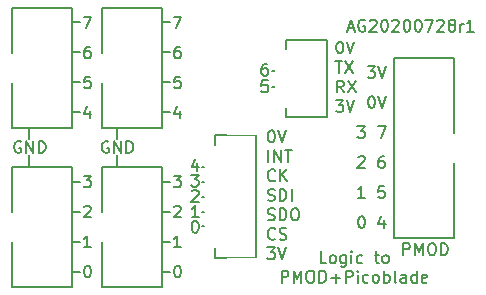
<source format=gto>
%TF.GenerationSoftware,KiCad,Pcbnew,5.1.6-c6e7f7d~86~ubuntu18.04.1*%
%TF.CreationDate,2020-07-28T10:34:38+01:00*%
%TF.ProjectId,pmod_picoblade,706d6f64-5f70-4696-936f-626c6164652e,rev?*%
%TF.SameCoordinates,Original*%
%TF.FileFunction,Legend,Top*%
%TF.FilePolarity,Positive*%
%FSLAX46Y46*%
G04 Gerber Fmt 4.6, Leading zero omitted, Abs format (unit mm)*
G04 Created by KiCad (PCBNEW 5.1.6-c6e7f7d~86~ubuntu18.04.1) date 2020-07-28 10:34:38*
%MOMM*%
%LPD*%
G01*
G04 APERTURE LIST*
%ADD10C,0.150000*%
%ADD11R,1.400000X0.900000*%
%ADD12R,3.100000X2.200000*%
%ADD13C,2.000000*%
G04 APERTURE END LIST*
D10*
X127456666Y-59736666D02*
X127932857Y-59736666D01*
X127361428Y-60022380D02*
X127694761Y-59022380D01*
X128028095Y-60022380D01*
X128885238Y-59070000D02*
X128790000Y-59022380D01*
X128647142Y-59022380D01*
X128504285Y-59070000D01*
X128409047Y-59165238D01*
X128361428Y-59260476D01*
X128313809Y-59450952D01*
X128313809Y-59593809D01*
X128361428Y-59784285D01*
X128409047Y-59879523D01*
X128504285Y-59974761D01*
X128647142Y-60022380D01*
X128742380Y-60022380D01*
X128885238Y-59974761D01*
X128932857Y-59927142D01*
X128932857Y-59593809D01*
X128742380Y-59593809D01*
X129313809Y-59117619D02*
X129361428Y-59070000D01*
X129456666Y-59022380D01*
X129694761Y-59022380D01*
X129790000Y-59070000D01*
X129837619Y-59117619D01*
X129885238Y-59212857D01*
X129885238Y-59308095D01*
X129837619Y-59450952D01*
X129266190Y-60022380D01*
X129885238Y-60022380D01*
X130504285Y-59022380D02*
X130599523Y-59022380D01*
X130694761Y-59070000D01*
X130742380Y-59117619D01*
X130790000Y-59212857D01*
X130837619Y-59403333D01*
X130837619Y-59641428D01*
X130790000Y-59831904D01*
X130742380Y-59927142D01*
X130694761Y-59974761D01*
X130599523Y-60022380D01*
X130504285Y-60022380D01*
X130409047Y-59974761D01*
X130361428Y-59927142D01*
X130313809Y-59831904D01*
X130266190Y-59641428D01*
X130266190Y-59403333D01*
X130313809Y-59212857D01*
X130361428Y-59117619D01*
X130409047Y-59070000D01*
X130504285Y-59022380D01*
X131218571Y-59117619D02*
X131266190Y-59070000D01*
X131361428Y-59022380D01*
X131599523Y-59022380D01*
X131694761Y-59070000D01*
X131742380Y-59117619D01*
X131790000Y-59212857D01*
X131790000Y-59308095D01*
X131742380Y-59450952D01*
X131170952Y-60022380D01*
X131790000Y-60022380D01*
X132409047Y-59022380D02*
X132504285Y-59022380D01*
X132599523Y-59070000D01*
X132647142Y-59117619D01*
X132694761Y-59212857D01*
X132742380Y-59403333D01*
X132742380Y-59641428D01*
X132694761Y-59831904D01*
X132647142Y-59927142D01*
X132599523Y-59974761D01*
X132504285Y-60022380D01*
X132409047Y-60022380D01*
X132313809Y-59974761D01*
X132266190Y-59927142D01*
X132218571Y-59831904D01*
X132170952Y-59641428D01*
X132170952Y-59403333D01*
X132218571Y-59212857D01*
X132266190Y-59117619D01*
X132313809Y-59070000D01*
X132409047Y-59022380D01*
X133361428Y-59022380D02*
X133456666Y-59022380D01*
X133551904Y-59070000D01*
X133599523Y-59117619D01*
X133647142Y-59212857D01*
X133694761Y-59403333D01*
X133694761Y-59641428D01*
X133647142Y-59831904D01*
X133599523Y-59927142D01*
X133551904Y-59974761D01*
X133456666Y-60022380D01*
X133361428Y-60022380D01*
X133266190Y-59974761D01*
X133218571Y-59927142D01*
X133170952Y-59831904D01*
X133123333Y-59641428D01*
X133123333Y-59403333D01*
X133170952Y-59212857D01*
X133218571Y-59117619D01*
X133266190Y-59070000D01*
X133361428Y-59022380D01*
X134028095Y-59022380D02*
X134694761Y-59022380D01*
X134266190Y-60022380D01*
X135028095Y-59117619D02*
X135075714Y-59070000D01*
X135170952Y-59022380D01*
X135409047Y-59022380D01*
X135504285Y-59070000D01*
X135551904Y-59117619D01*
X135599523Y-59212857D01*
X135599523Y-59308095D01*
X135551904Y-59450952D01*
X134980476Y-60022380D01*
X135599523Y-60022380D01*
X136170952Y-59450952D02*
X136075714Y-59403333D01*
X136028095Y-59355714D01*
X135980476Y-59260476D01*
X135980476Y-59212857D01*
X136028095Y-59117619D01*
X136075714Y-59070000D01*
X136170952Y-59022380D01*
X136361428Y-59022380D01*
X136456666Y-59070000D01*
X136504285Y-59117619D01*
X136551904Y-59212857D01*
X136551904Y-59260476D01*
X136504285Y-59355714D01*
X136456666Y-59403333D01*
X136361428Y-59450952D01*
X136170952Y-59450952D01*
X136075714Y-59498571D01*
X136028095Y-59546190D01*
X135980476Y-59641428D01*
X135980476Y-59831904D01*
X136028095Y-59927142D01*
X136075714Y-59974761D01*
X136170952Y-60022380D01*
X136361428Y-60022380D01*
X136456666Y-59974761D01*
X136504285Y-59927142D01*
X136551904Y-59831904D01*
X136551904Y-59641428D01*
X136504285Y-59546190D01*
X136456666Y-59498571D01*
X136361428Y-59450952D01*
X136980476Y-60022380D02*
X136980476Y-59355714D01*
X136980476Y-59546190D02*
X137028095Y-59450952D01*
X137075714Y-59403333D01*
X137170952Y-59355714D01*
X137266190Y-59355714D01*
X138123333Y-60022380D02*
X137551904Y-60022380D01*
X137837619Y-60022380D02*
X137837619Y-59022380D01*
X137742380Y-59165238D01*
X137647142Y-59260476D01*
X137551904Y-59308095D01*
X132142857Y-78952380D02*
X132142857Y-77952380D01*
X132523809Y-77952380D01*
X132619047Y-78000000D01*
X132666666Y-78047619D01*
X132714285Y-78142857D01*
X132714285Y-78285714D01*
X132666666Y-78380952D01*
X132619047Y-78428571D01*
X132523809Y-78476190D01*
X132142857Y-78476190D01*
X133142857Y-78952380D02*
X133142857Y-77952380D01*
X133476190Y-78666666D01*
X133809523Y-77952380D01*
X133809523Y-78952380D01*
X134476190Y-77952380D02*
X134666666Y-77952380D01*
X134761904Y-78000000D01*
X134857142Y-78095238D01*
X134904761Y-78285714D01*
X134904761Y-78619047D01*
X134857142Y-78809523D01*
X134761904Y-78904761D01*
X134666666Y-78952380D01*
X134476190Y-78952380D01*
X134380952Y-78904761D01*
X134285714Y-78809523D01*
X134238095Y-78619047D01*
X134238095Y-78285714D01*
X134285714Y-78095238D01*
X134380952Y-78000000D01*
X134476190Y-77952380D01*
X135333333Y-78952380D02*
X135333333Y-77952380D01*
X135571428Y-77952380D01*
X135714285Y-78000000D01*
X135809523Y-78095238D01*
X135857142Y-78190476D01*
X135904761Y-78380952D01*
X135904761Y-78523809D01*
X135857142Y-78714285D01*
X135809523Y-78809523D01*
X135714285Y-78904761D01*
X135571428Y-78952380D01*
X135333333Y-78952380D01*
X125619047Y-79627380D02*
X125142857Y-79627380D01*
X125142857Y-78627380D01*
X126095238Y-79627380D02*
X126000000Y-79579761D01*
X125952380Y-79532142D01*
X125904761Y-79436904D01*
X125904761Y-79151190D01*
X125952380Y-79055952D01*
X126000000Y-79008333D01*
X126095238Y-78960714D01*
X126238095Y-78960714D01*
X126333333Y-79008333D01*
X126380952Y-79055952D01*
X126428571Y-79151190D01*
X126428571Y-79436904D01*
X126380952Y-79532142D01*
X126333333Y-79579761D01*
X126238095Y-79627380D01*
X126095238Y-79627380D01*
X127285714Y-78960714D02*
X127285714Y-79770238D01*
X127238095Y-79865476D01*
X127190476Y-79913095D01*
X127095238Y-79960714D01*
X126952380Y-79960714D01*
X126857142Y-79913095D01*
X127285714Y-79579761D02*
X127190476Y-79627380D01*
X127000000Y-79627380D01*
X126904761Y-79579761D01*
X126857142Y-79532142D01*
X126809523Y-79436904D01*
X126809523Y-79151190D01*
X126857142Y-79055952D01*
X126904761Y-79008333D01*
X127000000Y-78960714D01*
X127190476Y-78960714D01*
X127285714Y-79008333D01*
X127761904Y-79627380D02*
X127761904Y-78960714D01*
X127761904Y-78627380D02*
X127714285Y-78675000D01*
X127761904Y-78722619D01*
X127809523Y-78675000D01*
X127761904Y-78627380D01*
X127761904Y-78722619D01*
X128666666Y-79579761D02*
X128571428Y-79627380D01*
X128380952Y-79627380D01*
X128285714Y-79579761D01*
X128238095Y-79532142D01*
X128190476Y-79436904D01*
X128190476Y-79151190D01*
X128238095Y-79055952D01*
X128285714Y-79008333D01*
X128380952Y-78960714D01*
X128571428Y-78960714D01*
X128666666Y-79008333D01*
X129714285Y-78960714D02*
X130095238Y-78960714D01*
X129857142Y-78627380D02*
X129857142Y-79484523D01*
X129904761Y-79579761D01*
X130000000Y-79627380D01*
X130095238Y-79627380D01*
X130571428Y-79627380D02*
X130476190Y-79579761D01*
X130428571Y-79532142D01*
X130380952Y-79436904D01*
X130380952Y-79151190D01*
X130428571Y-79055952D01*
X130476190Y-79008333D01*
X130571428Y-78960714D01*
X130714285Y-78960714D01*
X130809523Y-79008333D01*
X130857142Y-79055952D01*
X130904761Y-79151190D01*
X130904761Y-79436904D01*
X130857142Y-79532142D01*
X130809523Y-79579761D01*
X130714285Y-79627380D01*
X130571428Y-79627380D01*
X121857142Y-81277380D02*
X121857142Y-80277380D01*
X122238095Y-80277380D01*
X122333333Y-80325000D01*
X122380952Y-80372619D01*
X122428571Y-80467857D01*
X122428571Y-80610714D01*
X122380952Y-80705952D01*
X122333333Y-80753571D01*
X122238095Y-80801190D01*
X121857142Y-80801190D01*
X122857142Y-81277380D02*
X122857142Y-80277380D01*
X123190476Y-80991666D01*
X123523809Y-80277380D01*
X123523809Y-81277380D01*
X124190476Y-80277380D02*
X124380952Y-80277380D01*
X124476190Y-80325000D01*
X124571428Y-80420238D01*
X124619047Y-80610714D01*
X124619047Y-80944047D01*
X124571428Y-81134523D01*
X124476190Y-81229761D01*
X124380952Y-81277380D01*
X124190476Y-81277380D01*
X124095238Y-81229761D01*
X124000000Y-81134523D01*
X123952380Y-80944047D01*
X123952380Y-80610714D01*
X124000000Y-80420238D01*
X124095238Y-80325000D01*
X124190476Y-80277380D01*
X125047619Y-81277380D02*
X125047619Y-80277380D01*
X125285714Y-80277380D01*
X125428571Y-80325000D01*
X125523809Y-80420238D01*
X125571428Y-80515476D01*
X125619047Y-80705952D01*
X125619047Y-80848809D01*
X125571428Y-81039285D01*
X125523809Y-81134523D01*
X125428571Y-81229761D01*
X125285714Y-81277380D01*
X125047619Y-81277380D01*
X126047619Y-80896428D02*
X126809523Y-80896428D01*
X126428571Y-81277380D02*
X126428571Y-80515476D01*
X127285714Y-81277380D02*
X127285714Y-80277380D01*
X127666666Y-80277380D01*
X127761904Y-80325000D01*
X127809523Y-80372619D01*
X127857142Y-80467857D01*
X127857142Y-80610714D01*
X127809523Y-80705952D01*
X127761904Y-80753571D01*
X127666666Y-80801190D01*
X127285714Y-80801190D01*
X128285714Y-81277380D02*
X128285714Y-80610714D01*
X128285714Y-80277380D02*
X128238095Y-80325000D01*
X128285714Y-80372619D01*
X128333333Y-80325000D01*
X128285714Y-80277380D01*
X128285714Y-80372619D01*
X129190476Y-81229761D02*
X129095238Y-81277380D01*
X128904761Y-81277380D01*
X128809523Y-81229761D01*
X128761904Y-81182142D01*
X128714285Y-81086904D01*
X128714285Y-80801190D01*
X128761904Y-80705952D01*
X128809523Y-80658333D01*
X128904761Y-80610714D01*
X129095238Y-80610714D01*
X129190476Y-80658333D01*
X129761904Y-81277380D02*
X129666666Y-81229761D01*
X129619047Y-81182142D01*
X129571428Y-81086904D01*
X129571428Y-80801190D01*
X129619047Y-80705952D01*
X129666666Y-80658333D01*
X129761904Y-80610714D01*
X129904761Y-80610714D01*
X130000000Y-80658333D01*
X130047619Y-80705952D01*
X130095238Y-80801190D01*
X130095238Y-81086904D01*
X130047619Y-81182142D01*
X130000000Y-81229761D01*
X129904761Y-81277380D01*
X129761904Y-81277380D01*
X130523809Y-81277380D02*
X130523809Y-80277380D01*
X130523809Y-80658333D02*
X130619047Y-80610714D01*
X130809523Y-80610714D01*
X130904761Y-80658333D01*
X130952380Y-80705952D01*
X131000000Y-80801190D01*
X131000000Y-81086904D01*
X130952380Y-81182142D01*
X130904761Y-81229761D01*
X130809523Y-81277380D01*
X130619047Y-81277380D01*
X130523809Y-81229761D01*
X131571428Y-81277380D02*
X131476190Y-81229761D01*
X131428571Y-81134523D01*
X131428571Y-80277380D01*
X132380952Y-81277380D02*
X132380952Y-80753571D01*
X132333333Y-80658333D01*
X132238095Y-80610714D01*
X132047619Y-80610714D01*
X131952380Y-80658333D01*
X132380952Y-81229761D02*
X132285714Y-81277380D01*
X132047619Y-81277380D01*
X131952380Y-81229761D01*
X131904761Y-81134523D01*
X131904761Y-81039285D01*
X131952380Y-80944047D01*
X132047619Y-80896428D01*
X132285714Y-80896428D01*
X132380952Y-80848809D01*
X133285714Y-81277380D02*
X133285714Y-80277380D01*
X133285714Y-81229761D02*
X133190476Y-81277380D01*
X133000000Y-81277380D01*
X132904761Y-81229761D01*
X132857142Y-81182142D01*
X132809523Y-81086904D01*
X132809523Y-80801190D01*
X132857142Y-80705952D01*
X132904761Y-80658333D01*
X133000000Y-80610714D01*
X133190476Y-80610714D01*
X133285714Y-80658333D01*
X134142857Y-81229761D02*
X134047619Y-81277380D01*
X133857142Y-81277380D01*
X133761904Y-81229761D01*
X133714285Y-81134523D01*
X133714285Y-80753571D01*
X133761904Y-80658333D01*
X133857142Y-80610714D01*
X134047619Y-80610714D01*
X134142857Y-80658333D01*
X134190476Y-80753571D01*
X134190476Y-80848809D01*
X133714285Y-80944047D01*
X121000000Y-64700000D02*
X121300000Y-64700000D01*
X121000000Y-63400000D02*
X121300000Y-63400000D01*
X120664404Y-64152380D02*
X120188214Y-64152380D01*
X120140595Y-64628571D01*
X120188214Y-64580952D01*
X120283452Y-64533333D01*
X120521547Y-64533333D01*
X120616785Y-64580952D01*
X120664404Y-64628571D01*
X120712023Y-64723809D01*
X120712023Y-64961904D01*
X120664404Y-65057142D01*
X120616785Y-65104761D01*
X120521547Y-65152380D01*
X120283452Y-65152380D01*
X120188214Y-65104761D01*
X120140595Y-65057142D01*
X120616785Y-62752380D02*
X120426309Y-62752380D01*
X120331071Y-62800000D01*
X120283452Y-62847619D01*
X120188214Y-62990476D01*
X120140595Y-63180952D01*
X120140595Y-63561904D01*
X120188214Y-63657142D01*
X120235833Y-63704761D01*
X120331071Y-63752380D01*
X120521547Y-63752380D01*
X120616785Y-63704761D01*
X120664404Y-63657142D01*
X120712023Y-63561904D01*
X120712023Y-63323809D01*
X120664404Y-63228571D01*
X120616785Y-63180952D01*
X120521547Y-63133333D01*
X120331071Y-63133333D01*
X120235833Y-63180952D01*
X120188214Y-63228571D01*
X120140595Y-63323809D01*
X126726071Y-60877380D02*
X126821309Y-60877380D01*
X126916547Y-60925000D01*
X126964166Y-60972619D01*
X127011785Y-61067857D01*
X127059404Y-61258333D01*
X127059404Y-61496428D01*
X127011785Y-61686904D01*
X126964166Y-61782142D01*
X126916547Y-61829761D01*
X126821309Y-61877380D01*
X126726071Y-61877380D01*
X126630833Y-61829761D01*
X126583214Y-61782142D01*
X126535595Y-61686904D01*
X126487976Y-61496428D01*
X126487976Y-61258333D01*
X126535595Y-61067857D01*
X126583214Y-60972619D01*
X126630833Y-60925000D01*
X126726071Y-60877380D01*
X127345119Y-60877380D02*
X127678452Y-61877380D01*
X128011785Y-60877380D01*
X126392738Y-62527380D02*
X126964166Y-62527380D01*
X126678452Y-63527380D02*
X126678452Y-62527380D01*
X127202261Y-62527380D02*
X127868928Y-63527380D01*
X127868928Y-62527380D02*
X127202261Y-63527380D01*
X127107023Y-65177380D02*
X126773690Y-64701190D01*
X126535595Y-65177380D02*
X126535595Y-64177380D01*
X126916547Y-64177380D01*
X127011785Y-64225000D01*
X127059404Y-64272619D01*
X127107023Y-64367857D01*
X127107023Y-64510714D01*
X127059404Y-64605952D01*
X127011785Y-64653571D01*
X126916547Y-64701190D01*
X126535595Y-64701190D01*
X127440357Y-64177380D02*
X128107023Y-65177380D01*
X128107023Y-64177380D02*
X127440357Y-65177380D01*
X126440357Y-65827380D02*
X127059404Y-65827380D01*
X126726071Y-66208333D01*
X126868928Y-66208333D01*
X126964166Y-66255952D01*
X127011785Y-66303571D01*
X127059404Y-66398809D01*
X127059404Y-66636904D01*
X127011785Y-66732142D01*
X126964166Y-66779761D01*
X126868928Y-66827380D01*
X126583214Y-66827380D01*
X126487976Y-66779761D01*
X126440357Y-66732142D01*
X127345119Y-65827380D02*
X127678452Y-66827380D01*
X128011785Y-65827380D01*
X128554404Y-75652380D02*
X128649642Y-75652380D01*
X128744880Y-75700000D01*
X128792500Y-75747619D01*
X128840119Y-75842857D01*
X128887738Y-76033333D01*
X128887738Y-76271428D01*
X128840119Y-76461904D01*
X128792500Y-76557142D01*
X128744880Y-76604761D01*
X128649642Y-76652380D01*
X128554404Y-76652380D01*
X128459166Y-76604761D01*
X128411547Y-76557142D01*
X128363928Y-76461904D01*
X128316309Y-76271428D01*
X128316309Y-76033333D01*
X128363928Y-75842857D01*
X128411547Y-75747619D01*
X128459166Y-75700000D01*
X128554404Y-75652380D01*
X130506785Y-75985714D02*
X130506785Y-76652380D01*
X130268690Y-75604761D02*
X130030595Y-76319047D01*
X130649642Y-76319047D01*
X128887738Y-74112380D02*
X128316309Y-74112380D01*
X128602023Y-74112380D02*
X128602023Y-73112380D01*
X128506785Y-73255238D01*
X128411547Y-73350476D01*
X128316309Y-73398095D01*
X130554404Y-73112380D02*
X130078214Y-73112380D01*
X130030595Y-73588571D01*
X130078214Y-73540952D01*
X130173452Y-73493333D01*
X130411547Y-73493333D01*
X130506785Y-73540952D01*
X130554404Y-73588571D01*
X130602023Y-73683809D01*
X130602023Y-73921904D01*
X130554404Y-74017142D01*
X130506785Y-74064761D01*
X130411547Y-74112380D01*
X130173452Y-74112380D01*
X130078214Y-74064761D01*
X130030595Y-74017142D01*
X128316309Y-70667619D02*
X128363928Y-70620000D01*
X128459166Y-70572380D01*
X128697261Y-70572380D01*
X128792500Y-70620000D01*
X128840119Y-70667619D01*
X128887738Y-70762857D01*
X128887738Y-70858095D01*
X128840119Y-71000952D01*
X128268690Y-71572380D01*
X128887738Y-71572380D01*
X130506785Y-70572380D02*
X130316309Y-70572380D01*
X130221071Y-70620000D01*
X130173452Y-70667619D01*
X130078214Y-70810476D01*
X130030595Y-71000952D01*
X130030595Y-71381904D01*
X130078214Y-71477142D01*
X130125833Y-71524761D01*
X130221071Y-71572380D01*
X130411547Y-71572380D01*
X130506785Y-71524761D01*
X130554404Y-71477142D01*
X130602023Y-71381904D01*
X130602023Y-71143809D01*
X130554404Y-71048571D01*
X130506785Y-71000952D01*
X130411547Y-70953333D01*
X130221071Y-70953333D01*
X130125833Y-71000952D01*
X130078214Y-71048571D01*
X130030595Y-71143809D01*
X128268690Y-68032380D02*
X128887738Y-68032380D01*
X128554404Y-68413333D01*
X128697261Y-68413333D01*
X128792500Y-68460952D01*
X128840119Y-68508571D01*
X128887738Y-68603809D01*
X128887738Y-68841904D01*
X128840119Y-68937142D01*
X128792500Y-68984761D01*
X128697261Y-69032380D01*
X128411547Y-69032380D01*
X128316309Y-68984761D01*
X128268690Y-68937142D01*
X129982976Y-68032380D02*
X130649642Y-68032380D01*
X130221071Y-69032380D01*
X129411547Y-65492380D02*
X129506785Y-65492380D01*
X129602023Y-65540000D01*
X129649642Y-65587619D01*
X129697261Y-65682857D01*
X129744880Y-65873333D01*
X129744880Y-66111428D01*
X129697261Y-66301904D01*
X129649642Y-66397142D01*
X129602023Y-66444761D01*
X129506785Y-66492380D01*
X129411547Y-66492380D01*
X129316309Y-66444761D01*
X129268690Y-66397142D01*
X129221071Y-66301904D01*
X129173452Y-66111428D01*
X129173452Y-65873333D01*
X129221071Y-65682857D01*
X129268690Y-65587619D01*
X129316309Y-65540000D01*
X129411547Y-65492380D01*
X130030595Y-65492380D02*
X130363928Y-66492380D01*
X130697261Y-65492380D01*
X129125833Y-62952380D02*
X129744880Y-62952380D01*
X129411547Y-63333333D01*
X129554404Y-63333333D01*
X129649642Y-63380952D01*
X129697261Y-63428571D01*
X129744880Y-63523809D01*
X129744880Y-63761904D01*
X129697261Y-63857142D01*
X129649642Y-63904761D01*
X129554404Y-63952380D01*
X129268690Y-63952380D01*
X129173452Y-63904761D01*
X129125833Y-63857142D01*
X130030595Y-62952380D02*
X130363928Y-63952380D01*
X130697261Y-62952380D01*
X115100000Y-76500000D02*
X115300000Y-76500000D01*
X115100000Y-75300000D02*
X115300000Y-75300000D01*
X115100000Y-74000000D02*
X115300000Y-74000000D01*
X115100000Y-72800000D02*
X115300000Y-72800000D01*
X115100000Y-71500000D02*
X115300000Y-71500000D01*
X114478690Y-76052380D02*
X114573928Y-76052380D01*
X114669166Y-76100000D01*
X114716785Y-76147619D01*
X114764404Y-76242857D01*
X114812023Y-76433333D01*
X114812023Y-76671428D01*
X114764404Y-76861904D01*
X114716785Y-76957142D01*
X114669166Y-77004761D01*
X114573928Y-77052380D01*
X114478690Y-77052380D01*
X114383452Y-77004761D01*
X114335833Y-76957142D01*
X114288214Y-76861904D01*
X114240595Y-76671428D01*
X114240595Y-76433333D01*
X114288214Y-76242857D01*
X114335833Y-76147619D01*
X114383452Y-76100000D01*
X114478690Y-76052380D01*
X114812023Y-75752380D02*
X114240595Y-75752380D01*
X114526309Y-75752380D02*
X114526309Y-74752380D01*
X114431071Y-74895238D01*
X114335833Y-74990476D01*
X114240595Y-75038095D01*
X114240595Y-73547619D02*
X114288214Y-73500000D01*
X114383452Y-73452380D01*
X114621547Y-73452380D01*
X114716785Y-73500000D01*
X114764404Y-73547619D01*
X114812023Y-73642857D01*
X114812023Y-73738095D01*
X114764404Y-73880952D01*
X114192976Y-74452380D01*
X114812023Y-74452380D01*
X114192976Y-72152380D02*
X114812023Y-72152380D01*
X114478690Y-72533333D01*
X114621547Y-72533333D01*
X114716785Y-72580952D01*
X114764404Y-72628571D01*
X114812023Y-72723809D01*
X114812023Y-72961904D01*
X114764404Y-73057142D01*
X114716785Y-73104761D01*
X114621547Y-73152380D01*
X114335833Y-73152380D01*
X114240595Y-73104761D01*
X114192976Y-73057142D01*
X114716785Y-71185714D02*
X114716785Y-71852380D01*
X114478690Y-70804761D02*
X114240595Y-71519047D01*
X114859642Y-71519047D01*
X120926071Y-68402380D02*
X121021309Y-68402380D01*
X121116547Y-68450000D01*
X121164166Y-68497619D01*
X121211785Y-68592857D01*
X121259404Y-68783333D01*
X121259404Y-69021428D01*
X121211785Y-69211904D01*
X121164166Y-69307142D01*
X121116547Y-69354761D01*
X121021309Y-69402380D01*
X120926071Y-69402380D01*
X120830833Y-69354761D01*
X120783214Y-69307142D01*
X120735595Y-69211904D01*
X120687976Y-69021428D01*
X120687976Y-68783333D01*
X120735595Y-68592857D01*
X120783214Y-68497619D01*
X120830833Y-68450000D01*
X120926071Y-68402380D01*
X121545119Y-68402380D02*
X121878452Y-69402380D01*
X122211785Y-68402380D01*
X120735595Y-71052380D02*
X120735595Y-70052380D01*
X121211785Y-71052380D02*
X121211785Y-70052380D01*
X121783214Y-71052380D01*
X121783214Y-70052380D01*
X122116547Y-70052380D02*
X122687976Y-70052380D01*
X122402261Y-71052380D02*
X122402261Y-70052380D01*
X121307023Y-72607142D02*
X121259404Y-72654761D01*
X121116547Y-72702380D01*
X121021309Y-72702380D01*
X120878452Y-72654761D01*
X120783214Y-72559523D01*
X120735595Y-72464285D01*
X120687976Y-72273809D01*
X120687976Y-72130952D01*
X120735595Y-71940476D01*
X120783214Y-71845238D01*
X120878452Y-71750000D01*
X121021309Y-71702380D01*
X121116547Y-71702380D01*
X121259404Y-71750000D01*
X121307023Y-71797619D01*
X121735595Y-72702380D02*
X121735595Y-71702380D01*
X122307023Y-72702380D02*
X121878452Y-72130952D01*
X122307023Y-71702380D02*
X121735595Y-72273809D01*
X120687976Y-74304761D02*
X120830833Y-74352380D01*
X121068928Y-74352380D01*
X121164166Y-74304761D01*
X121211785Y-74257142D01*
X121259404Y-74161904D01*
X121259404Y-74066666D01*
X121211785Y-73971428D01*
X121164166Y-73923809D01*
X121068928Y-73876190D01*
X120878452Y-73828571D01*
X120783214Y-73780952D01*
X120735595Y-73733333D01*
X120687976Y-73638095D01*
X120687976Y-73542857D01*
X120735595Y-73447619D01*
X120783214Y-73400000D01*
X120878452Y-73352380D01*
X121116547Y-73352380D01*
X121259404Y-73400000D01*
X121687976Y-74352380D02*
X121687976Y-73352380D01*
X121926071Y-73352380D01*
X122068928Y-73400000D01*
X122164166Y-73495238D01*
X122211785Y-73590476D01*
X122259404Y-73780952D01*
X122259404Y-73923809D01*
X122211785Y-74114285D01*
X122164166Y-74209523D01*
X122068928Y-74304761D01*
X121926071Y-74352380D01*
X121687976Y-74352380D01*
X122687976Y-74352380D02*
X122687976Y-73352380D01*
X120687976Y-75954761D02*
X120830833Y-76002380D01*
X121068928Y-76002380D01*
X121164166Y-75954761D01*
X121211785Y-75907142D01*
X121259404Y-75811904D01*
X121259404Y-75716666D01*
X121211785Y-75621428D01*
X121164166Y-75573809D01*
X121068928Y-75526190D01*
X120878452Y-75478571D01*
X120783214Y-75430952D01*
X120735595Y-75383333D01*
X120687976Y-75288095D01*
X120687976Y-75192857D01*
X120735595Y-75097619D01*
X120783214Y-75050000D01*
X120878452Y-75002380D01*
X121116547Y-75002380D01*
X121259404Y-75050000D01*
X121687976Y-76002380D02*
X121687976Y-75002380D01*
X121926071Y-75002380D01*
X122068928Y-75050000D01*
X122164166Y-75145238D01*
X122211785Y-75240476D01*
X122259404Y-75430952D01*
X122259404Y-75573809D01*
X122211785Y-75764285D01*
X122164166Y-75859523D01*
X122068928Y-75954761D01*
X121926071Y-76002380D01*
X121687976Y-76002380D01*
X122878452Y-75002380D02*
X123068928Y-75002380D01*
X123164166Y-75050000D01*
X123259404Y-75145238D01*
X123307023Y-75335714D01*
X123307023Y-75669047D01*
X123259404Y-75859523D01*
X123164166Y-75954761D01*
X123068928Y-76002380D01*
X122878452Y-76002380D01*
X122783214Y-75954761D01*
X122687976Y-75859523D01*
X122640357Y-75669047D01*
X122640357Y-75335714D01*
X122687976Y-75145238D01*
X122783214Y-75050000D01*
X122878452Y-75002380D01*
X121307023Y-77557142D02*
X121259404Y-77604761D01*
X121116547Y-77652380D01*
X121021309Y-77652380D01*
X120878452Y-77604761D01*
X120783214Y-77509523D01*
X120735595Y-77414285D01*
X120687976Y-77223809D01*
X120687976Y-77080952D01*
X120735595Y-76890476D01*
X120783214Y-76795238D01*
X120878452Y-76700000D01*
X121021309Y-76652380D01*
X121116547Y-76652380D01*
X121259404Y-76700000D01*
X121307023Y-76747619D01*
X121687976Y-77604761D02*
X121830833Y-77652380D01*
X122068928Y-77652380D01*
X122164166Y-77604761D01*
X122211785Y-77557142D01*
X122259404Y-77461904D01*
X122259404Y-77366666D01*
X122211785Y-77271428D01*
X122164166Y-77223809D01*
X122068928Y-77176190D01*
X121878452Y-77128571D01*
X121783214Y-77080952D01*
X121735595Y-77033333D01*
X121687976Y-76938095D01*
X121687976Y-76842857D01*
X121735595Y-76747619D01*
X121783214Y-76700000D01*
X121878452Y-76652380D01*
X122116547Y-76652380D01*
X122259404Y-76700000D01*
X120640357Y-78302380D02*
X121259404Y-78302380D01*
X120926071Y-78683333D01*
X121068928Y-78683333D01*
X121164166Y-78730952D01*
X121211785Y-78778571D01*
X121259404Y-78873809D01*
X121259404Y-79111904D01*
X121211785Y-79207142D01*
X121164166Y-79254761D01*
X121068928Y-79302380D01*
X120783214Y-79302380D01*
X120687976Y-79254761D01*
X120640357Y-79207142D01*
X121545119Y-78302380D02*
X121878452Y-79302380D01*
X122211785Y-78302380D01*
X111760000Y-64316000D02*
X112395000Y-64316000D01*
X111760000Y-72771000D02*
X112395000Y-72771000D01*
X113315714Y-78303380D02*
X112744285Y-78303380D01*
X113030000Y-78303380D02*
X113030000Y-77303380D01*
X112934761Y-77446238D01*
X112839523Y-77541476D01*
X112744285Y-77589095D01*
X112696666Y-72223380D02*
X113315714Y-72223380D01*
X112982380Y-72604333D01*
X113125238Y-72604333D01*
X113220476Y-72651952D01*
X113268095Y-72699571D01*
X113315714Y-72794809D01*
X113315714Y-73032904D01*
X113268095Y-73128142D01*
X113220476Y-73175761D01*
X113125238Y-73223380D01*
X112839523Y-73223380D01*
X112744285Y-73175761D01*
X112696666Y-73128142D01*
X112395000Y-66856000D02*
X111760000Y-66856000D01*
X111760000Y-77851000D02*
X112395000Y-77851000D01*
X113268095Y-63841380D02*
X112791904Y-63841380D01*
X112744285Y-64317571D01*
X112791904Y-64269952D01*
X112887142Y-64222333D01*
X113125238Y-64222333D01*
X113220476Y-64269952D01*
X113268095Y-64317571D01*
X113315714Y-64412809D01*
X113315714Y-64650904D01*
X113268095Y-64746142D01*
X113220476Y-64793761D01*
X113125238Y-64841380D01*
X112887142Y-64841380D01*
X112791904Y-64793761D01*
X112744285Y-64746142D01*
X112744285Y-74858619D02*
X112791904Y-74811000D01*
X112887142Y-74763380D01*
X113125238Y-74763380D01*
X113220476Y-74811000D01*
X113268095Y-74858619D01*
X113315714Y-74953857D01*
X113315714Y-75049095D01*
X113268095Y-75191952D01*
X112696666Y-75763380D01*
X113315714Y-75763380D01*
X112982380Y-79843380D02*
X113077619Y-79843380D01*
X113172857Y-79891000D01*
X113220476Y-79938619D01*
X113268095Y-80033857D01*
X113315714Y-80224333D01*
X113315714Y-80462428D01*
X113268095Y-80652904D01*
X113220476Y-80748142D01*
X113172857Y-80795761D01*
X113077619Y-80843380D01*
X112982380Y-80843380D01*
X112887142Y-80795761D01*
X112839523Y-80748142D01*
X112791904Y-80652904D01*
X112744285Y-80462428D01*
X112744285Y-80224333D01*
X112791904Y-80033857D01*
X112839523Y-79938619D01*
X112887142Y-79891000D01*
X112982380Y-79843380D01*
X112395000Y-80391000D02*
X111760000Y-80391000D01*
X113220476Y-66714714D02*
X113220476Y-67381380D01*
X112982380Y-66333761D02*
X112744285Y-67048047D01*
X113363333Y-67048047D01*
X112395000Y-61776000D02*
X111760000Y-61776000D01*
X112696666Y-58761380D02*
X113363333Y-58761380D01*
X112934761Y-59761380D01*
X113220476Y-61301380D02*
X113030000Y-61301380D01*
X112934761Y-61349000D01*
X112887142Y-61396619D01*
X112791904Y-61539476D01*
X112744285Y-61729952D01*
X112744285Y-62110904D01*
X112791904Y-62206142D01*
X112839523Y-62253761D01*
X112934761Y-62301380D01*
X113125238Y-62301380D01*
X113220476Y-62253761D01*
X113268095Y-62206142D01*
X113315714Y-62110904D01*
X113315714Y-61872809D01*
X113268095Y-61777571D01*
X113220476Y-61729952D01*
X113125238Y-61682333D01*
X112934761Y-61682333D01*
X112839523Y-61729952D01*
X112791904Y-61777571D01*
X112744285Y-61872809D01*
X112395000Y-75311000D02*
X111760000Y-75311000D01*
X111760000Y-59236000D02*
X112395000Y-59236000D01*
X104140000Y-77851000D02*
X104775000Y-77851000D01*
X104775000Y-80391000D02*
X104140000Y-80391000D01*
X104775000Y-75311000D02*
X104140000Y-75311000D01*
X104140000Y-72771000D02*
X104775000Y-72771000D01*
X104775000Y-66856000D02*
X104140000Y-66856000D01*
X104140000Y-64316000D02*
X104775000Y-64316000D01*
X104775000Y-61776000D02*
X104140000Y-61776000D01*
X104140000Y-59236000D02*
X104775000Y-59236000D01*
X107900000Y-70500000D02*
X107900000Y-71500000D01*
X107900000Y-69100000D02*
X107900000Y-68200000D01*
X100500000Y-70500000D02*
X100500000Y-71500000D01*
X100500000Y-69100000D02*
X100500000Y-68200000D01*
X107188095Y-69350000D02*
X107092857Y-69302380D01*
X106950000Y-69302380D01*
X106807142Y-69350000D01*
X106711904Y-69445238D01*
X106664285Y-69540476D01*
X106616666Y-69730952D01*
X106616666Y-69873809D01*
X106664285Y-70064285D01*
X106711904Y-70159523D01*
X106807142Y-70254761D01*
X106950000Y-70302380D01*
X107045238Y-70302380D01*
X107188095Y-70254761D01*
X107235714Y-70207142D01*
X107235714Y-69873809D01*
X107045238Y-69873809D01*
X107664285Y-70302380D02*
X107664285Y-69302380D01*
X108235714Y-70302380D01*
X108235714Y-69302380D01*
X108711904Y-70302380D02*
X108711904Y-69302380D01*
X108950000Y-69302380D01*
X109092857Y-69350000D01*
X109188095Y-69445238D01*
X109235714Y-69540476D01*
X109283333Y-69730952D01*
X109283333Y-69873809D01*
X109235714Y-70064285D01*
X109188095Y-70159523D01*
X109092857Y-70254761D01*
X108950000Y-70302380D01*
X108711904Y-70302380D01*
X99768095Y-69350000D02*
X99672857Y-69302380D01*
X99530000Y-69302380D01*
X99387142Y-69350000D01*
X99291904Y-69445238D01*
X99244285Y-69540476D01*
X99196666Y-69730952D01*
X99196666Y-69873809D01*
X99244285Y-70064285D01*
X99291904Y-70159523D01*
X99387142Y-70254761D01*
X99530000Y-70302380D01*
X99625238Y-70302380D01*
X99768095Y-70254761D01*
X99815714Y-70207142D01*
X99815714Y-69873809D01*
X99625238Y-69873809D01*
X100244285Y-70302380D02*
X100244285Y-69302380D01*
X100815714Y-70302380D01*
X100815714Y-69302380D01*
X101291904Y-70302380D02*
X101291904Y-69302380D01*
X101530000Y-69302380D01*
X101672857Y-69350000D01*
X101768095Y-69445238D01*
X101815714Y-69540476D01*
X101863333Y-69730952D01*
X101863333Y-69873809D01*
X101815714Y-70064285D01*
X101768095Y-70159523D01*
X101672857Y-70254761D01*
X101530000Y-70302380D01*
X101291904Y-70302380D01*
X105362380Y-79843380D02*
X105457619Y-79843380D01*
X105552857Y-79891000D01*
X105600476Y-79938619D01*
X105648095Y-80033857D01*
X105695714Y-80224333D01*
X105695714Y-80462428D01*
X105648095Y-80652904D01*
X105600476Y-80748142D01*
X105552857Y-80795761D01*
X105457619Y-80843380D01*
X105362380Y-80843380D01*
X105267142Y-80795761D01*
X105219523Y-80748142D01*
X105171904Y-80652904D01*
X105124285Y-80462428D01*
X105124285Y-80224333D01*
X105171904Y-80033857D01*
X105219523Y-79938619D01*
X105267142Y-79891000D01*
X105362380Y-79843380D01*
X105695714Y-78303380D02*
X105124285Y-78303380D01*
X105410000Y-78303380D02*
X105410000Y-77303380D01*
X105314761Y-77446238D01*
X105219523Y-77541476D01*
X105124285Y-77589095D01*
X105124285Y-74858619D02*
X105171904Y-74811000D01*
X105267142Y-74763380D01*
X105505238Y-74763380D01*
X105600476Y-74811000D01*
X105648095Y-74858619D01*
X105695714Y-74953857D01*
X105695714Y-75049095D01*
X105648095Y-75191952D01*
X105076666Y-75763380D01*
X105695714Y-75763380D01*
X105076666Y-72223380D02*
X105695714Y-72223380D01*
X105362380Y-72604333D01*
X105505238Y-72604333D01*
X105600476Y-72651952D01*
X105648095Y-72699571D01*
X105695714Y-72794809D01*
X105695714Y-73032904D01*
X105648095Y-73128142D01*
X105600476Y-73175761D01*
X105505238Y-73223380D01*
X105219523Y-73223380D01*
X105124285Y-73175761D01*
X105076666Y-73128142D01*
X105600476Y-66714714D02*
X105600476Y-67381380D01*
X105362380Y-66333761D02*
X105124285Y-67048047D01*
X105743333Y-67048047D01*
X105648095Y-63841380D02*
X105171904Y-63841380D01*
X105124285Y-64317571D01*
X105171904Y-64269952D01*
X105267142Y-64222333D01*
X105505238Y-64222333D01*
X105600476Y-64269952D01*
X105648095Y-64317571D01*
X105695714Y-64412809D01*
X105695714Y-64650904D01*
X105648095Y-64746142D01*
X105600476Y-64793761D01*
X105505238Y-64841380D01*
X105267142Y-64841380D01*
X105171904Y-64793761D01*
X105124285Y-64746142D01*
X105600476Y-61301380D02*
X105410000Y-61301380D01*
X105314761Y-61349000D01*
X105267142Y-61396619D01*
X105171904Y-61539476D01*
X105124285Y-61729952D01*
X105124285Y-62110904D01*
X105171904Y-62206142D01*
X105219523Y-62253761D01*
X105314761Y-62301380D01*
X105505238Y-62301380D01*
X105600476Y-62253761D01*
X105648095Y-62206142D01*
X105695714Y-62110904D01*
X105695714Y-61872809D01*
X105648095Y-61777571D01*
X105600476Y-61729952D01*
X105505238Y-61682333D01*
X105314761Y-61682333D01*
X105219523Y-61729952D01*
X105171904Y-61777571D01*
X105124285Y-61872809D01*
X105076666Y-58761380D02*
X105743333Y-58761380D01*
X105314761Y-59761380D01*
%TO.C,J7*%
X122200000Y-61500000D02*
X122200000Y-60700000D01*
X125700000Y-60700000D02*
X122200000Y-60700000D01*
X125700000Y-67300000D02*
X125700000Y-60700000D01*
X122200000Y-67300000D02*
X125700000Y-67300000D01*
X122200000Y-66500000D02*
X122200000Y-67300000D01*
%TO.C,J6*%
X106680000Y-58039000D02*
X111760000Y-58039000D01*
X106680000Y-61849000D02*
X106680000Y-58039000D01*
X106680000Y-68199000D02*
X106680000Y-64389000D01*
X111760000Y-68199000D02*
X106680000Y-68199000D01*
X111760000Y-58039000D02*
X111760000Y-68199000D01*
%TO.C,J5*%
X104140000Y-58039000D02*
X104140000Y-68199000D01*
X104140000Y-68199000D02*
X99060000Y-68199000D01*
X99060000Y-68199000D02*
X99060000Y-64389000D01*
X99060000Y-61849000D02*
X99060000Y-58039000D01*
X99060000Y-58039000D02*
X104140000Y-58039000D01*
%TO.C,J4*%
X136460000Y-77470000D02*
X131380000Y-77470000D01*
X136460000Y-71120000D02*
X136460000Y-77470000D01*
X136460000Y-62230000D02*
X136460000Y-68580000D01*
X131380000Y-62230000D02*
X136460000Y-62230000D01*
X131380000Y-77470000D02*
X131380000Y-62230000D01*
%TO.C,J3*%
X116200000Y-69625000D02*
X116200000Y-68825000D01*
X119700000Y-68825000D02*
X116200000Y-68825000D01*
X119700000Y-79175000D02*
X119700000Y-68825000D01*
X116200000Y-79175000D02*
X119700000Y-79175000D01*
X116200000Y-78375000D02*
X116200000Y-79175000D01*
%TO.C,J2*%
X106680000Y-71501000D02*
X111760000Y-71501000D01*
X106680000Y-75311000D02*
X106680000Y-71501000D01*
X106680000Y-81661000D02*
X106680000Y-77851000D01*
X111760000Y-81661000D02*
X106680000Y-81661000D01*
X111760000Y-71501000D02*
X111760000Y-81661000D01*
%TO.C,J1*%
X99060000Y-71501000D02*
X104140000Y-71501000D01*
X99060000Y-75311000D02*
X99060000Y-71501000D01*
X99060000Y-81661000D02*
X99060000Y-77851000D01*
X104140000Y-81661000D02*
X99060000Y-81661000D01*
X104140000Y-71501000D02*
X104140000Y-81661000D01*
%TD*%
%LPC*%
D11*
%TO.C,J7*%
X122000000Y-62125000D03*
X122000000Y-63375000D03*
X122000000Y-64625000D03*
X122000000Y-65875000D03*
D12*
X124750000Y-59575000D03*
X124750000Y-68425000D03*
%TD*%
D13*
%TO.C,J6*%
X110490000Y-66929000D03*
X107950000Y-66929000D03*
X110490000Y-64389000D03*
X107950000Y-64389000D03*
X110490000Y-61849000D03*
X107950000Y-61849000D03*
X110490000Y-59309000D03*
X107950000Y-59309000D03*
%TD*%
%TO.C,J5*%
X100330000Y-59309000D03*
X102870000Y-59309000D03*
X100330000Y-61849000D03*
X102870000Y-61849000D03*
X100330000Y-64389000D03*
X102870000Y-64389000D03*
X100330000Y-66929000D03*
X102870000Y-66929000D03*
%TD*%
%TO.C,J4*%
X132650000Y-63500000D03*
X135190000Y-63500000D03*
X132650000Y-66040000D03*
X135190000Y-66040000D03*
X132650000Y-68580000D03*
X135190000Y-68580000D03*
X132650000Y-71120000D03*
X135190000Y-71120000D03*
X132650000Y-73660000D03*
X135190000Y-73660000D03*
X132650000Y-76200000D03*
X135190000Y-76200000D03*
%TD*%
D11*
%TO.C,J3*%
X116000000Y-70250000D03*
X116000000Y-71500000D03*
X116000000Y-72750000D03*
X116000000Y-74000000D03*
X116000000Y-75250000D03*
X116000000Y-76500000D03*
X116000000Y-77750000D03*
D12*
X118750000Y-67700000D03*
X118750000Y-80300000D03*
%TD*%
D13*
%TO.C,J2*%
X110490000Y-80391000D03*
X107950000Y-80391000D03*
X110490000Y-77851000D03*
X107950000Y-77851000D03*
X110490000Y-75311000D03*
X107950000Y-75311000D03*
X110490000Y-72771000D03*
X107950000Y-72771000D03*
%TD*%
%TO.C,J1*%
X102870000Y-80391000D03*
X100330000Y-80391000D03*
X102870000Y-77851000D03*
X100330000Y-77851000D03*
X102870000Y-75311000D03*
X100330000Y-75311000D03*
X102870000Y-72771000D03*
X100330000Y-72771000D03*
%TD*%
M02*

</source>
